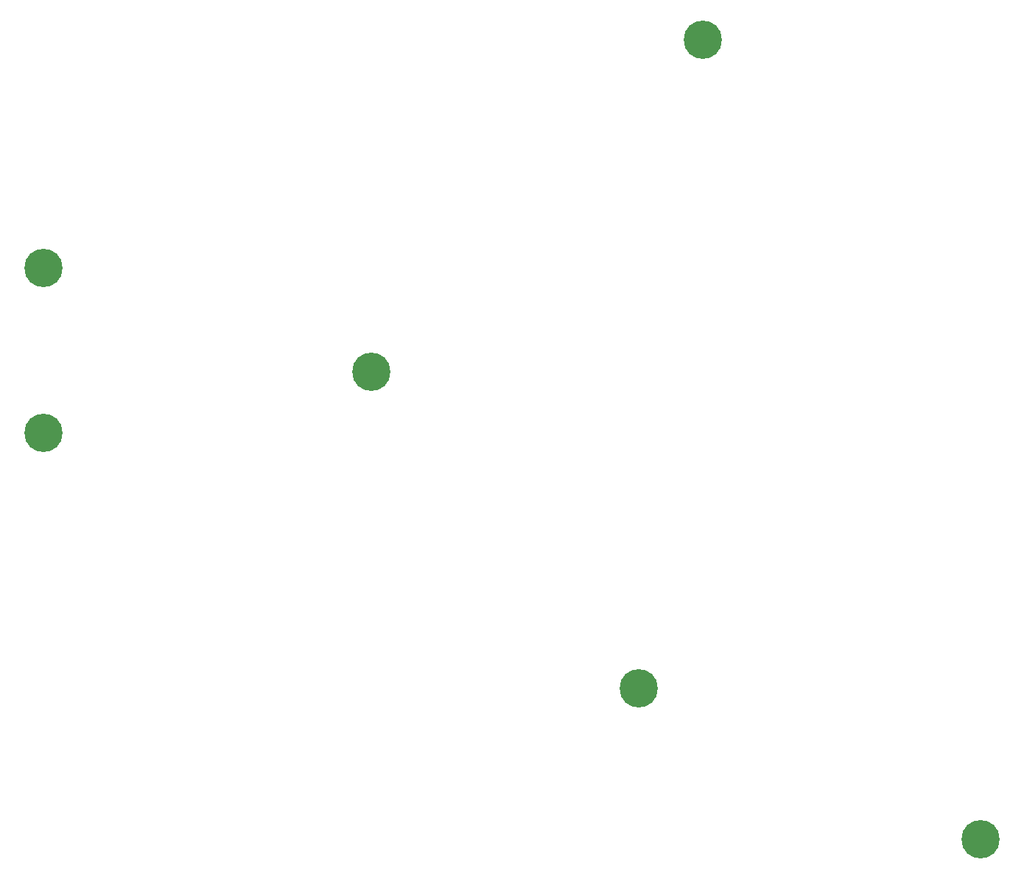
<source format=gbr>
%TF.GenerationSoftware,KiCad,Pcbnew,(6.0.5)*%
%TF.CreationDate,2022-07-25T14:14:25-03:00*%
%TF.ProjectId,bluejay_plate,626c7565-6a61-4795-9f70-6c6174652e6b,rev?*%
%TF.SameCoordinates,Original*%
%TF.FileFunction,Soldermask,Bot*%
%TF.FilePolarity,Negative*%
%FSLAX46Y46*%
G04 Gerber Fmt 4.6, Leading zero omitted, Abs format (unit mm)*
G04 Created by KiCad (PCBNEW (6.0.5)) date 2022-07-25 14:14:25*
%MOMM*%
%LPD*%
G01*
G04 APERTURE LIST*
%ADD10C,4.400000*%
G04 APERTURE END LIST*
D10*
%TO.C,H8*%
X40900000Y-63300000D03*
%TD*%
%TO.C,H5*%
X-29150000Y-9550000D03*
%TD*%
%TO.C,H7*%
X1600000Y-46000000D03*
%TD*%
%TO.C,H3*%
X9000000Y28600000D03*
%TD*%
%TO.C,H6*%
X-66800000Y-16600000D03*
%TD*%
%TO.C,H4*%
X-66800000Y2400000D03*
%TD*%
M02*

</source>
